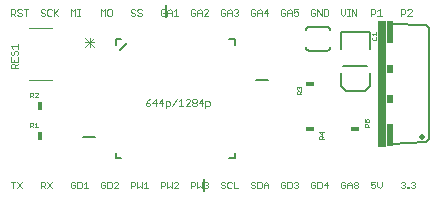
<source format=gto>
G75*
%MOIN*%
%OFA0B0*%
%FSLAX25Y25*%
%IPPOS*%
%LPD*%
%AMOC8*
5,1,8,0,0,1.08239X$1,22.5*
%
%ADD10C,0.00200*%
%ADD11C,0.00800*%
%ADD12C,0.00500*%
%ADD13C,0.00100*%
%ADD14C,0.00400*%
%ADD15C,0.00600*%
%ADD16C,0.00300*%
%ADD17R,0.01800X0.03000*%
%ADD18R,0.03000X0.01800*%
%ADD19C,0.02000*%
%ADD20R,0.03000X0.42000*%
%ADD21R,0.02000X0.07500*%
%ADD22R,0.02000X0.03000*%
D10*
X0004334Y0011100D02*
X0004334Y0013302D01*
X0003600Y0013302D02*
X0005068Y0013302D01*
X0005810Y0013302D02*
X0007278Y0011100D01*
X0005810Y0011100D02*
X0007278Y0013302D01*
X0013600Y0013302D02*
X0013600Y0011100D01*
X0013600Y0011834D02*
X0014701Y0011834D01*
X0015068Y0012201D01*
X0015068Y0012935D01*
X0014701Y0013302D01*
X0013600Y0013302D01*
X0015810Y0013302D02*
X0017278Y0011100D01*
X0015810Y0011100D02*
X0017278Y0013302D01*
X0015068Y0011100D02*
X0014334Y0011834D01*
X0023600Y0011467D02*
X0023967Y0011100D01*
X0024701Y0011100D01*
X0025068Y0011467D01*
X0025068Y0012201D01*
X0024334Y0012201D01*
X0025068Y0012935D02*
X0024701Y0013302D01*
X0023967Y0013302D01*
X0023600Y0012935D01*
X0023600Y0011467D01*
X0025810Y0011100D02*
X0026911Y0011100D01*
X0027278Y0011467D01*
X0027278Y0012935D01*
X0026911Y0013302D01*
X0025810Y0013302D01*
X0025810Y0011100D01*
X0028020Y0011100D02*
X0029488Y0011100D01*
X0028754Y0011100D02*
X0028754Y0013302D01*
X0028020Y0012568D01*
X0033600Y0012935D02*
X0033600Y0011467D01*
X0033967Y0011100D01*
X0034701Y0011100D01*
X0035068Y0011467D01*
X0035068Y0012201D01*
X0034334Y0012201D01*
X0035068Y0012935D02*
X0034701Y0013302D01*
X0033967Y0013302D01*
X0033600Y0012935D01*
X0035810Y0013302D02*
X0036911Y0013302D01*
X0037278Y0012935D01*
X0037278Y0011467D01*
X0036911Y0011100D01*
X0035810Y0011100D01*
X0035810Y0013302D01*
X0038020Y0012935D02*
X0038387Y0013302D01*
X0039121Y0013302D01*
X0039488Y0012935D01*
X0039488Y0012568D01*
X0038020Y0011100D01*
X0039488Y0011100D01*
X0043600Y0011100D02*
X0043600Y0013302D01*
X0044701Y0013302D01*
X0045068Y0012935D01*
X0045068Y0012201D01*
X0044701Y0011834D01*
X0043600Y0011834D01*
X0045810Y0011100D02*
X0045810Y0013302D01*
X0047278Y0013302D02*
X0047278Y0011100D01*
X0046544Y0011834D01*
X0045810Y0011100D01*
X0048020Y0011100D02*
X0049488Y0011100D01*
X0048754Y0011100D02*
X0048754Y0013302D01*
X0048020Y0012568D01*
X0053600Y0013302D02*
X0053600Y0011100D01*
X0053600Y0011834D02*
X0054701Y0011834D01*
X0055068Y0012201D01*
X0055068Y0012935D01*
X0054701Y0013302D01*
X0053600Y0013302D01*
X0055810Y0013302D02*
X0055810Y0011100D01*
X0056544Y0011834D01*
X0057278Y0011100D01*
X0057278Y0013302D01*
X0058020Y0012935D02*
X0058387Y0013302D01*
X0059121Y0013302D01*
X0059488Y0012935D01*
X0059488Y0012568D01*
X0058020Y0011100D01*
X0059488Y0011100D01*
X0063600Y0011100D02*
X0063600Y0013302D01*
X0064701Y0013302D01*
X0065068Y0012935D01*
X0065068Y0012201D01*
X0064701Y0011834D01*
X0063600Y0011834D01*
X0065810Y0011100D02*
X0065810Y0013302D01*
X0067278Y0013302D02*
X0067278Y0011100D01*
X0066544Y0011834D01*
X0065810Y0011100D01*
X0068020Y0011467D02*
X0068387Y0011100D01*
X0069121Y0011100D01*
X0069488Y0011467D01*
X0069488Y0011834D01*
X0069121Y0012201D01*
X0068754Y0012201D01*
X0069121Y0012201D02*
X0069488Y0012568D01*
X0069488Y0012935D01*
X0069121Y0013302D01*
X0068387Y0013302D01*
X0068020Y0012935D01*
X0073600Y0012935D02*
X0073600Y0012568D01*
X0073967Y0012201D01*
X0074701Y0012201D01*
X0075068Y0011834D01*
X0075068Y0011467D01*
X0074701Y0011100D01*
X0073967Y0011100D01*
X0073600Y0011467D01*
X0073600Y0012935D02*
X0073967Y0013302D01*
X0074701Y0013302D01*
X0075068Y0012935D01*
X0075810Y0012935D02*
X0076177Y0013302D01*
X0076911Y0013302D01*
X0077278Y0012935D01*
X0078020Y0013302D02*
X0078020Y0011100D01*
X0079488Y0011100D01*
X0077278Y0011467D02*
X0076911Y0011100D01*
X0076177Y0011100D01*
X0075810Y0011467D01*
X0075810Y0012935D01*
X0083600Y0012935D02*
X0083600Y0012568D01*
X0083967Y0012201D01*
X0084701Y0012201D01*
X0085068Y0011834D01*
X0085068Y0011467D01*
X0084701Y0011100D01*
X0083967Y0011100D01*
X0083600Y0011467D01*
X0085810Y0011100D02*
X0086911Y0011100D01*
X0087278Y0011467D01*
X0087278Y0012935D01*
X0086911Y0013302D01*
X0085810Y0013302D01*
X0085810Y0011100D01*
X0085068Y0012935D02*
X0084701Y0013302D01*
X0083967Y0013302D01*
X0083600Y0012935D01*
X0088020Y0012568D02*
X0088020Y0011100D01*
X0088020Y0012201D02*
X0089488Y0012201D01*
X0089488Y0012568D02*
X0089488Y0011100D01*
X0089488Y0012568D02*
X0088754Y0013302D01*
X0088020Y0012568D01*
X0093600Y0012935D02*
X0093600Y0011467D01*
X0093967Y0011100D01*
X0094701Y0011100D01*
X0095068Y0011467D01*
X0095068Y0012201D01*
X0094334Y0012201D01*
X0095068Y0012935D02*
X0094701Y0013302D01*
X0093967Y0013302D01*
X0093600Y0012935D01*
X0095810Y0013302D02*
X0096911Y0013302D01*
X0097278Y0012935D01*
X0097278Y0011467D01*
X0096911Y0011100D01*
X0095810Y0011100D01*
X0095810Y0013302D01*
X0098020Y0012935D02*
X0098387Y0013302D01*
X0099121Y0013302D01*
X0099488Y0012935D01*
X0099488Y0012568D01*
X0099121Y0012201D01*
X0099488Y0011834D01*
X0099488Y0011467D01*
X0099121Y0011100D01*
X0098387Y0011100D01*
X0098020Y0011467D01*
X0098754Y0012201D02*
X0099121Y0012201D01*
X0103600Y0012935D02*
X0103600Y0011467D01*
X0103967Y0011100D01*
X0104701Y0011100D01*
X0105068Y0011467D01*
X0105068Y0012201D01*
X0104334Y0012201D01*
X0105068Y0012935D02*
X0104701Y0013302D01*
X0103967Y0013302D01*
X0103600Y0012935D01*
X0105810Y0013302D02*
X0106911Y0013302D01*
X0107278Y0012935D01*
X0107278Y0011467D01*
X0106911Y0011100D01*
X0105810Y0011100D01*
X0105810Y0013302D01*
X0108020Y0012201D02*
X0109488Y0012201D01*
X0109121Y0011100D02*
X0109121Y0013302D01*
X0108020Y0012201D01*
X0113600Y0012935D02*
X0113600Y0011467D01*
X0113967Y0011100D01*
X0114701Y0011100D01*
X0115068Y0011467D01*
X0115068Y0012201D01*
X0114334Y0012201D01*
X0115068Y0012935D02*
X0114701Y0013302D01*
X0113967Y0013302D01*
X0113600Y0012935D01*
X0115810Y0012568D02*
X0115810Y0011100D01*
X0115810Y0012201D02*
X0117278Y0012201D01*
X0117278Y0012568D02*
X0117278Y0011100D01*
X0118020Y0011467D02*
X0118020Y0011834D01*
X0118387Y0012201D01*
X0119121Y0012201D01*
X0119488Y0011834D01*
X0119488Y0011467D01*
X0119121Y0011100D01*
X0118387Y0011100D01*
X0118020Y0011467D01*
X0118387Y0012201D02*
X0118020Y0012568D01*
X0118020Y0012935D01*
X0118387Y0013302D01*
X0119121Y0013302D01*
X0119488Y0012935D01*
X0119488Y0012568D01*
X0119121Y0012201D01*
X0117278Y0012568D02*
X0116544Y0013302D01*
X0115810Y0012568D01*
X0123600Y0012201D02*
X0124334Y0012568D01*
X0124701Y0012568D01*
X0125068Y0012201D01*
X0125068Y0011467D01*
X0124701Y0011100D01*
X0123967Y0011100D01*
X0123600Y0011467D01*
X0123600Y0012201D02*
X0123600Y0013302D01*
X0125068Y0013302D01*
X0125810Y0013302D02*
X0125810Y0011834D01*
X0126544Y0011100D01*
X0127278Y0011834D01*
X0127278Y0013302D01*
X0133600Y0012935D02*
X0133967Y0013302D01*
X0134701Y0013302D01*
X0135068Y0012935D01*
X0135068Y0012568D01*
X0134701Y0012201D01*
X0135068Y0011834D01*
X0135068Y0011467D01*
X0134701Y0011100D01*
X0133967Y0011100D01*
X0133600Y0011467D01*
X0134334Y0012201D02*
X0134701Y0012201D01*
X0135810Y0011467D02*
X0136177Y0011467D01*
X0136177Y0011100D01*
X0135810Y0011100D01*
X0135810Y0011467D01*
X0136915Y0011467D02*
X0137282Y0011100D01*
X0138016Y0011100D01*
X0138383Y0011467D01*
X0138383Y0011834D01*
X0138016Y0012201D01*
X0137649Y0012201D01*
X0138016Y0012201D02*
X0138383Y0012568D01*
X0138383Y0012935D01*
X0138016Y0013302D01*
X0137282Y0013302D01*
X0136915Y0012935D01*
X0069957Y0038967D02*
X0069590Y0038600D01*
X0068489Y0038600D01*
X0068489Y0037866D02*
X0068489Y0040068D01*
X0069590Y0040068D01*
X0069957Y0039701D01*
X0069957Y0038967D01*
X0067747Y0039701D02*
X0066279Y0039701D01*
X0067380Y0040802D01*
X0067380Y0038600D01*
X0065537Y0038967D02*
X0065170Y0038600D01*
X0064436Y0038600D01*
X0064069Y0038967D01*
X0064069Y0039334D01*
X0064436Y0039701D01*
X0065170Y0039701D01*
X0065537Y0039334D01*
X0065537Y0038967D01*
X0065170Y0039701D02*
X0065537Y0040068D01*
X0065537Y0040435D01*
X0065170Y0040802D01*
X0064436Y0040802D01*
X0064069Y0040435D01*
X0064069Y0040068D01*
X0064436Y0039701D01*
X0063327Y0040068D02*
X0063327Y0040435D01*
X0062960Y0040802D01*
X0062226Y0040802D01*
X0061859Y0040435D01*
X0063327Y0040068D02*
X0061859Y0038600D01*
X0063327Y0038600D01*
X0061117Y0038600D02*
X0059649Y0038600D01*
X0060383Y0038600D02*
X0060383Y0040802D01*
X0059649Y0040068D01*
X0058907Y0040802D02*
X0057440Y0038600D01*
X0056698Y0038967D02*
X0056698Y0039701D01*
X0056331Y0040068D01*
X0055230Y0040068D01*
X0055230Y0037866D01*
X0055230Y0038600D02*
X0056331Y0038600D01*
X0056698Y0038967D01*
X0054488Y0039701D02*
X0053020Y0039701D01*
X0054121Y0040802D01*
X0054121Y0038600D01*
X0052278Y0039701D02*
X0050810Y0039701D01*
X0051911Y0040802D01*
X0051911Y0038600D01*
X0050068Y0038967D02*
X0050068Y0039334D01*
X0049701Y0039701D01*
X0048600Y0039701D01*
X0048600Y0038967D01*
X0048967Y0038600D01*
X0049701Y0038600D01*
X0050068Y0038967D01*
X0049334Y0040435D02*
X0048600Y0039701D01*
X0049334Y0040435D02*
X0050068Y0040802D01*
X0005900Y0051100D02*
X0003698Y0051100D01*
X0003698Y0052201D01*
X0004065Y0052568D01*
X0004799Y0052568D01*
X0005166Y0052201D01*
X0005166Y0051100D01*
X0005166Y0051834D02*
X0005900Y0052568D01*
X0005900Y0053310D02*
X0005900Y0054778D01*
X0005533Y0055520D02*
X0005900Y0055887D01*
X0005900Y0056621D01*
X0005533Y0056988D01*
X0005166Y0056988D01*
X0004799Y0056621D01*
X0004799Y0055887D01*
X0004432Y0055520D01*
X0004065Y0055520D01*
X0003698Y0055887D01*
X0003698Y0056621D01*
X0004065Y0056988D01*
X0004432Y0057730D02*
X0003698Y0058464D01*
X0005900Y0058464D01*
X0005900Y0057730D02*
X0005900Y0059198D01*
X0003698Y0054778D02*
X0003698Y0053310D01*
X0005900Y0053310D01*
X0004799Y0053310D02*
X0004799Y0054044D01*
X0005068Y0068600D02*
X0004334Y0069334D01*
X0004701Y0069334D02*
X0003600Y0069334D01*
X0003600Y0068600D02*
X0003600Y0070802D01*
X0004701Y0070802D01*
X0005068Y0070435D01*
X0005068Y0069701D01*
X0004701Y0069334D01*
X0005810Y0068967D02*
X0006177Y0068600D01*
X0006911Y0068600D01*
X0007278Y0068967D01*
X0007278Y0069334D01*
X0006911Y0069701D01*
X0006177Y0069701D01*
X0005810Y0070068D01*
X0005810Y0070435D01*
X0006177Y0070802D01*
X0006911Y0070802D01*
X0007278Y0070435D01*
X0008020Y0070802D02*
X0009488Y0070802D01*
X0008754Y0070802D02*
X0008754Y0068600D01*
X0013600Y0068967D02*
X0013967Y0068600D01*
X0014701Y0068600D01*
X0015068Y0068967D01*
X0015068Y0069334D01*
X0014701Y0069701D01*
X0013967Y0069701D01*
X0013600Y0070068D01*
X0013600Y0070435D01*
X0013967Y0070802D01*
X0014701Y0070802D01*
X0015068Y0070435D01*
X0015810Y0070435D02*
X0015810Y0068967D01*
X0016177Y0068600D01*
X0016911Y0068600D01*
X0017278Y0068967D01*
X0018020Y0069334D02*
X0019488Y0070802D01*
X0018020Y0070802D02*
X0018020Y0068600D01*
X0018387Y0069701D02*
X0019488Y0068600D01*
X0017278Y0070435D02*
X0016911Y0070802D01*
X0016177Y0070802D01*
X0015810Y0070435D01*
X0023600Y0070802D02*
X0023600Y0068600D01*
X0025068Y0068600D02*
X0025068Y0070802D01*
X0024334Y0070068D01*
X0023600Y0070802D01*
X0025810Y0070802D02*
X0026544Y0070802D01*
X0026177Y0070802D02*
X0026177Y0068600D01*
X0025810Y0068600D02*
X0026544Y0068600D01*
X0033600Y0068600D02*
X0033600Y0070802D01*
X0034334Y0070068D01*
X0035068Y0070802D01*
X0035068Y0068600D01*
X0035810Y0068967D02*
X0036177Y0068600D01*
X0036911Y0068600D01*
X0037278Y0068967D01*
X0037278Y0070435D01*
X0036911Y0070802D01*
X0036177Y0070802D01*
X0035810Y0070435D01*
X0035810Y0068967D01*
X0043600Y0068967D02*
X0043967Y0068600D01*
X0044701Y0068600D01*
X0045068Y0068967D01*
X0045068Y0069334D01*
X0044701Y0069701D01*
X0043967Y0069701D01*
X0043600Y0070068D01*
X0043600Y0070435D01*
X0043967Y0070802D01*
X0044701Y0070802D01*
X0045068Y0070435D01*
X0045810Y0070435D02*
X0046177Y0070802D01*
X0046911Y0070802D01*
X0047278Y0070435D01*
X0046911Y0069701D02*
X0047278Y0069334D01*
X0047278Y0068967D01*
X0046911Y0068600D01*
X0046177Y0068600D01*
X0045810Y0068967D01*
X0046177Y0069701D02*
X0046911Y0069701D01*
X0046177Y0069701D02*
X0045810Y0070068D01*
X0045810Y0070435D01*
X0053600Y0070435D02*
X0053600Y0068967D01*
X0053967Y0068600D01*
X0054701Y0068600D01*
X0055068Y0068967D01*
X0055068Y0069701D01*
X0054334Y0069701D01*
X0055068Y0070435D02*
X0054701Y0070802D01*
X0053967Y0070802D01*
X0053600Y0070435D01*
X0055810Y0070068D02*
X0055810Y0068600D01*
X0057278Y0068600D02*
X0057278Y0070068D01*
X0056544Y0070802D01*
X0055810Y0070068D01*
X0055810Y0069701D02*
X0057278Y0069701D01*
X0058020Y0070068D02*
X0058754Y0070802D01*
X0058754Y0068600D01*
X0058020Y0068600D02*
X0059488Y0068600D01*
X0063600Y0068967D02*
X0063967Y0068600D01*
X0064701Y0068600D01*
X0065068Y0068967D01*
X0065068Y0069701D01*
X0064334Y0069701D01*
X0065068Y0070435D02*
X0064701Y0070802D01*
X0063967Y0070802D01*
X0063600Y0070435D01*
X0063600Y0068967D01*
X0065810Y0068600D02*
X0065810Y0070068D01*
X0066544Y0070802D01*
X0067278Y0070068D01*
X0067278Y0068600D01*
X0068020Y0068600D02*
X0069488Y0070068D01*
X0069488Y0070435D01*
X0069121Y0070802D01*
X0068387Y0070802D01*
X0068020Y0070435D01*
X0067278Y0069701D02*
X0065810Y0069701D01*
X0068020Y0068600D02*
X0069488Y0068600D01*
X0073600Y0068967D02*
X0073967Y0068600D01*
X0074701Y0068600D01*
X0075068Y0068967D01*
X0075068Y0069701D01*
X0074334Y0069701D01*
X0075068Y0070435D02*
X0074701Y0070802D01*
X0073967Y0070802D01*
X0073600Y0070435D01*
X0073600Y0068967D01*
X0075810Y0068600D02*
X0075810Y0070068D01*
X0076544Y0070802D01*
X0077278Y0070068D01*
X0077278Y0068600D01*
X0078020Y0068967D02*
X0078387Y0068600D01*
X0079121Y0068600D01*
X0079488Y0068967D01*
X0079488Y0069334D01*
X0079121Y0069701D01*
X0078754Y0069701D01*
X0079121Y0069701D02*
X0079488Y0070068D01*
X0079488Y0070435D01*
X0079121Y0070802D01*
X0078387Y0070802D01*
X0078020Y0070435D01*
X0077278Y0069701D02*
X0075810Y0069701D01*
X0083600Y0070435D02*
X0083600Y0068967D01*
X0083967Y0068600D01*
X0084701Y0068600D01*
X0085068Y0068967D01*
X0085068Y0069701D01*
X0084334Y0069701D01*
X0085068Y0070435D02*
X0084701Y0070802D01*
X0083967Y0070802D01*
X0083600Y0070435D01*
X0085810Y0070068D02*
X0086544Y0070802D01*
X0087278Y0070068D01*
X0087278Y0068600D01*
X0085810Y0068600D02*
X0085810Y0070068D01*
X0085810Y0069701D02*
X0087278Y0069701D01*
X0088020Y0069701D02*
X0089488Y0069701D01*
X0089121Y0070802D02*
X0088020Y0069701D01*
X0089121Y0068600D02*
X0089121Y0070802D01*
X0093600Y0070435D02*
X0093600Y0068967D01*
X0093967Y0068600D01*
X0094701Y0068600D01*
X0095068Y0068967D01*
X0095068Y0069701D01*
X0094334Y0069701D01*
X0095068Y0070435D02*
X0094701Y0070802D01*
X0093967Y0070802D01*
X0093600Y0070435D01*
X0095810Y0070068D02*
X0096544Y0070802D01*
X0097278Y0070068D01*
X0097278Y0068600D01*
X0098020Y0068967D02*
X0098387Y0068600D01*
X0099121Y0068600D01*
X0099488Y0068967D01*
X0099488Y0069701D01*
X0099121Y0070068D01*
X0098754Y0070068D01*
X0098020Y0069701D01*
X0098020Y0070802D01*
X0099488Y0070802D01*
X0097278Y0069701D02*
X0095810Y0069701D01*
X0095810Y0070068D02*
X0095810Y0068600D01*
X0103600Y0068967D02*
X0103967Y0068600D01*
X0104701Y0068600D01*
X0105068Y0068967D01*
X0105068Y0069701D01*
X0104334Y0069701D01*
X0105068Y0070435D02*
X0104701Y0070802D01*
X0103967Y0070802D01*
X0103600Y0070435D01*
X0103600Y0068967D01*
X0105810Y0068600D02*
X0105810Y0070802D01*
X0107278Y0068600D01*
X0107278Y0070802D01*
X0108020Y0070802D02*
X0109121Y0070802D01*
X0109488Y0070435D01*
X0109488Y0068967D01*
X0109121Y0068600D01*
X0108020Y0068600D01*
X0108020Y0070802D01*
X0113600Y0070802D02*
X0113600Y0069334D01*
X0114334Y0068600D01*
X0115068Y0069334D01*
X0115068Y0070802D01*
X0115810Y0070802D02*
X0116544Y0070802D01*
X0116177Y0070802D02*
X0116177Y0068600D01*
X0115810Y0068600D02*
X0116544Y0068600D01*
X0117283Y0068600D02*
X0117283Y0070802D01*
X0118751Y0068600D01*
X0118751Y0070802D01*
X0123600Y0070802D02*
X0123600Y0068600D01*
X0123600Y0069334D02*
X0124701Y0069334D01*
X0125068Y0069701D01*
X0125068Y0070435D01*
X0124701Y0070802D01*
X0123600Y0070802D01*
X0125810Y0070068D02*
X0126544Y0070802D01*
X0126544Y0068600D01*
X0125810Y0068600D02*
X0127278Y0068600D01*
X0133600Y0068600D02*
X0133600Y0070802D01*
X0134701Y0070802D01*
X0135068Y0070435D01*
X0135068Y0069701D01*
X0134701Y0069334D01*
X0133600Y0069334D01*
X0135810Y0068600D02*
X0137278Y0070068D01*
X0137278Y0070435D01*
X0136911Y0070802D01*
X0136177Y0070802D01*
X0135810Y0070435D01*
X0135810Y0068600D02*
X0137278Y0068600D01*
D11*
X0123224Y0063343D02*
X0123224Y0057437D01*
X0113776Y0057437D02*
X0113776Y0063343D01*
X0123224Y0063343D01*
X0109150Y0064937D02*
X0102850Y0064937D01*
X0102850Y0064938D02*
X0102791Y0064924D01*
X0102733Y0064907D01*
X0102676Y0064886D01*
X0102620Y0064862D01*
X0102566Y0064834D01*
X0102514Y0064804D01*
X0102463Y0064770D01*
X0102415Y0064733D01*
X0102369Y0064694D01*
X0102326Y0064651D01*
X0102285Y0064607D01*
X0102247Y0064559D01*
X0102212Y0064510D01*
X0102180Y0064458D01*
X0102151Y0064405D01*
X0102125Y0064350D01*
X0102103Y0064294D01*
X0102084Y0064236D01*
X0102068Y0064177D01*
X0102057Y0064118D01*
X0102048Y0064058D01*
X0102044Y0063997D01*
X0102043Y0063937D01*
X0102046Y0063876D01*
X0102052Y0063816D01*
X0102062Y0063756D01*
X0109150Y0064938D02*
X0109209Y0064924D01*
X0109267Y0064907D01*
X0109324Y0064886D01*
X0109380Y0064862D01*
X0109434Y0064834D01*
X0109486Y0064804D01*
X0109537Y0064770D01*
X0109585Y0064733D01*
X0109631Y0064694D01*
X0109674Y0064651D01*
X0109715Y0064607D01*
X0109753Y0064559D01*
X0109788Y0064510D01*
X0109820Y0064458D01*
X0109849Y0064405D01*
X0109875Y0064350D01*
X0109897Y0064294D01*
X0109916Y0064236D01*
X0109932Y0064177D01*
X0109943Y0064118D01*
X0109952Y0064058D01*
X0109956Y0063997D01*
X0109957Y0063937D01*
X0109954Y0063876D01*
X0109948Y0063816D01*
X0109938Y0063756D01*
X0109938Y0058244D02*
X0109948Y0058184D01*
X0109954Y0058124D01*
X0109957Y0058063D01*
X0109956Y0058003D01*
X0109952Y0057942D01*
X0109943Y0057882D01*
X0109932Y0057823D01*
X0109916Y0057764D01*
X0109897Y0057706D01*
X0109875Y0057650D01*
X0109849Y0057595D01*
X0109820Y0057542D01*
X0109788Y0057490D01*
X0109753Y0057441D01*
X0109715Y0057393D01*
X0109674Y0057349D01*
X0109631Y0057306D01*
X0109585Y0057267D01*
X0109537Y0057230D01*
X0109486Y0057196D01*
X0109434Y0057166D01*
X0109380Y0057138D01*
X0109324Y0057114D01*
X0109267Y0057093D01*
X0109209Y0057076D01*
X0109150Y0057062D01*
X0109150Y0057063D02*
X0102850Y0057063D01*
X0102850Y0057062D02*
X0102791Y0057076D01*
X0102733Y0057093D01*
X0102676Y0057114D01*
X0102620Y0057138D01*
X0102566Y0057166D01*
X0102514Y0057196D01*
X0102463Y0057230D01*
X0102415Y0057267D01*
X0102369Y0057306D01*
X0102326Y0057349D01*
X0102285Y0057393D01*
X0102247Y0057441D01*
X0102212Y0057490D01*
X0102180Y0057542D01*
X0102151Y0057595D01*
X0102125Y0057650D01*
X0102103Y0057706D01*
X0102084Y0057764D01*
X0102068Y0057823D01*
X0102057Y0057882D01*
X0102048Y0057942D01*
X0102044Y0058003D01*
X0102043Y0058063D01*
X0102046Y0058124D01*
X0102052Y0058184D01*
X0102062Y0058244D01*
X0113776Y0049563D02*
X0113776Y0045232D01*
X0115350Y0043657D01*
X0121650Y0043657D01*
X0123224Y0045232D01*
X0123224Y0049563D01*
D12*
X0122500Y0052000D02*
X0114500Y0052000D01*
D13*
X0123986Y0060854D02*
X0124236Y0060603D01*
X0125237Y0060603D01*
X0125487Y0060854D01*
X0125487Y0061354D01*
X0125237Y0061604D01*
X0125487Y0062077D02*
X0125487Y0063078D01*
X0125487Y0062577D02*
X0123986Y0062577D01*
X0124486Y0062077D01*
X0124236Y0061604D02*
X0123986Y0061354D01*
X0123986Y0060854D01*
X0100450Y0044774D02*
X0100450Y0044273D01*
X0100200Y0044023D01*
X0100450Y0043551D02*
X0099950Y0043050D01*
X0099950Y0043301D02*
X0099950Y0042550D01*
X0100450Y0042550D02*
X0098949Y0042550D01*
X0098949Y0043301D01*
X0099199Y0043551D01*
X0099699Y0043551D01*
X0099950Y0043301D01*
X0099199Y0044023D02*
X0098949Y0044273D01*
X0098949Y0044774D01*
X0099199Y0045024D01*
X0099449Y0045024D01*
X0099699Y0044774D01*
X0099950Y0045024D01*
X0100200Y0045024D01*
X0100450Y0044774D01*
X0099699Y0044774D02*
X0099699Y0044524D01*
X0121549Y0034078D02*
X0121549Y0033077D01*
X0122299Y0033077D01*
X0122049Y0033577D01*
X0122049Y0033827D01*
X0122299Y0034078D01*
X0122800Y0034078D01*
X0123050Y0033827D01*
X0123050Y0033327D01*
X0122800Y0033077D01*
X0123050Y0032604D02*
X0122550Y0032104D01*
X0122550Y0032354D02*
X0122550Y0031603D01*
X0123050Y0031603D02*
X0121549Y0031603D01*
X0121549Y0032354D01*
X0121799Y0032604D01*
X0122299Y0032604D01*
X0122550Y0032354D01*
X0107950Y0029774D02*
X0106449Y0029774D01*
X0107199Y0029023D01*
X0107199Y0030024D01*
X0107199Y0028551D02*
X0107450Y0028301D01*
X0107450Y0027550D01*
X0107950Y0027550D02*
X0106449Y0027550D01*
X0106449Y0028301D01*
X0106699Y0028551D01*
X0107199Y0028551D01*
X0107450Y0028050D02*
X0107950Y0028551D01*
X0012524Y0031550D02*
X0011523Y0031550D01*
X0011051Y0031550D02*
X0010550Y0032050D01*
X0010801Y0032050D02*
X0010050Y0032050D01*
X0010050Y0031550D02*
X0010050Y0033051D01*
X0010801Y0033051D01*
X0011051Y0032801D01*
X0011051Y0032301D01*
X0010801Y0032050D01*
X0011523Y0032551D02*
X0012024Y0033051D01*
X0012024Y0031550D01*
X0012524Y0041550D02*
X0011523Y0041550D01*
X0012524Y0042551D01*
X0012524Y0042801D01*
X0012274Y0043051D01*
X0011773Y0043051D01*
X0011523Y0042801D01*
X0011051Y0042801D02*
X0011051Y0042301D01*
X0010801Y0042050D01*
X0010050Y0042050D01*
X0010050Y0041550D02*
X0010050Y0043051D01*
X0010801Y0043051D01*
X0011051Y0042801D01*
X0010550Y0042050D02*
X0011051Y0041550D01*
D14*
X0009760Y0047339D02*
X0017240Y0047339D01*
X0017240Y0064661D02*
X0009760Y0064661D01*
D15*
X0038600Y0060900D02*
X0038600Y0059000D01*
X0040000Y0057300D02*
X0042200Y0059500D01*
X0040500Y0060900D02*
X0038600Y0060900D01*
X0055400Y0068100D02*
X0055400Y0072100D01*
X0076500Y0060900D02*
X0078400Y0060900D01*
X0078400Y0059000D01*
X0085300Y0047200D02*
X0089300Y0047200D01*
X0130500Y0066000D02*
X0142000Y0065500D01*
X0143000Y0064500D01*
X0143000Y0027500D01*
X0142000Y0026500D01*
X0130500Y0026000D01*
X0078400Y0023000D02*
X0078400Y0021100D01*
X0076500Y0021100D01*
X0068000Y0014100D02*
X0068000Y0010100D01*
X0040500Y0021100D02*
X0038600Y0021100D01*
X0038600Y0023000D01*
X0031600Y0028300D02*
X0027600Y0028300D01*
D16*
X0028350Y0058234D02*
X0031486Y0061370D01*
X0029918Y0061370D02*
X0029918Y0058234D01*
X0031486Y0058234D02*
X0028350Y0061370D01*
X0028350Y0059802D02*
X0031486Y0059802D01*
D17*
X0013500Y0038500D03*
X0013500Y0028500D03*
D18*
X0103500Y0031000D03*
X0118500Y0031000D03*
X0103500Y0046000D03*
D19*
X0140600Y0028300D03*
D20*
X0127500Y0046000D03*
D21*
X0130000Y0028750D03*
X0130000Y0063250D03*
D22*
X0130000Y0051000D03*
X0130000Y0041000D03*
M02*

</source>
